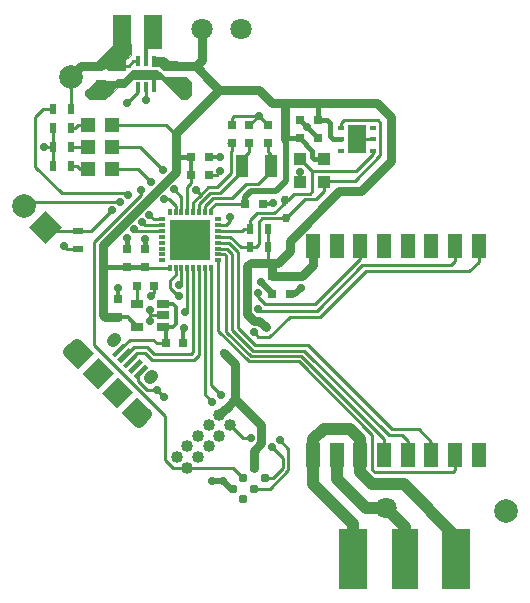
<source format=gtl>
G04 #@! TF.FileFunction,Copper,L1,Top,Signal*
%FSLAX46Y46*%
G04 Gerber Fmt 4.6, Leading zero omitted, Abs format (unit mm)*
G04 Created by KiCad (PCBNEW 0.201509071501+6164~29~ubuntu14.04.1-product) date Thu 07 Jan 2016 13:16:16 GMT*
%MOMM*%
G01*
G04 APERTURE LIST*
%ADD10C,0.100000*%
%ADD11R,1.060000X0.650000*%
%ADD12R,1.200000X2.000000*%
%ADD13R,1.000000X1.000000*%
%ADD14C,2.000000*%
%ADD15R,0.600000X0.400000*%
%ADD16R,1.500000X2.400000*%
%ADD17C,1.016000*%
%ADD18R,2.286000X5.080000*%
%ADD19R,2.413000X5.080000*%
%ADD20R,0.750000X0.800000*%
%ADD21R,0.900000X0.500000*%
%ADD22R,1.500000X3.000000*%
%ADD23R,0.400000X0.900000*%
%ADD24R,1.198880X1.198880*%
%ADD25R,1.100000X1.900000*%
%ADD26C,1.800000*%
%ADD27C,0.750000*%
%ADD28R,0.800000X0.750000*%
%ADD29R,0.500000X0.900000*%
%ADD30C,0.787000*%
%ADD31C,1.000000*%
%ADD32R,1.200000X1.200000*%
%ADD33R,0.550000X0.300000*%
%ADD34R,0.300000X0.550000*%
%ADD35R,3.450000X3.450000*%
%ADD36C,0.400000*%
%ADD37C,0.700000*%
%ADD38C,0.750000*%
%ADD39C,0.400000*%
%ADD40C,0.250000*%
%ADD41C,0.500000*%
%ADD42C,0.300000*%
G04 APERTURE END LIST*
D10*
D11*
X116350000Y-115850000D03*
X116350000Y-114900000D03*
X116350000Y-113950000D03*
X114150000Y-113950000D03*
X114150000Y-115850000D03*
D12*
X129050000Y-126750000D03*
X143050000Y-109050000D03*
X141050000Y-109050000D03*
X139050000Y-109050000D03*
X137050000Y-109050000D03*
X135050000Y-109050000D03*
X133050000Y-109050000D03*
X131050000Y-109050000D03*
X129050000Y-109050000D03*
X131050000Y-126750000D03*
X133050000Y-126750000D03*
X135050000Y-126750000D03*
X137050000Y-126750000D03*
X139050000Y-126750000D03*
X141050000Y-126750000D03*
X143050000Y-126750000D03*
D13*
X129950000Y-101650000D03*
X127950000Y-101650000D03*
X129950000Y-103650000D03*
X127950000Y-103650000D03*
D10*
G36*
X106400000Y-106035786D02*
X107814214Y-107450000D01*
X106400000Y-108864214D01*
X104985786Y-107450000D01*
X106400000Y-106035786D01*
X106400000Y-106035786D01*
G37*
D14*
X104603949Y-105653949D03*
D15*
X134100000Y-101000000D03*
X134100000Y-100000000D03*
X134100000Y-99000000D03*
X131400000Y-101000000D03*
X131400000Y-100000000D03*
X131400000Y-99000000D03*
D16*
X132750000Y-100000000D03*
D17*
X121098025Y-123305923D03*
X121996051Y-124203949D03*
X120200000Y-124203949D03*
X121098025Y-125101975D03*
X119301974Y-125101975D03*
X120200000Y-126000000D03*
X118403949Y-126000000D03*
X119301974Y-126898026D03*
X117505923Y-126898026D03*
X118403949Y-127796051D03*
D18*
X136800000Y-135500000D03*
D19*
X141181500Y-135500000D03*
X132418500Y-135500000D03*
D20*
X112800000Y-93750000D03*
X112800000Y-95250000D03*
D21*
X111100000Y-93750000D03*
X111100000Y-95250000D03*
D10*
G36*
X131811091Y-132075305D02*
X131174695Y-131438909D01*
X131528249Y-131085355D01*
X132164645Y-131721751D01*
X131811091Y-132075305D01*
X131811091Y-132075305D01*
G37*
G36*
X132871751Y-131014645D02*
X132235355Y-130378249D01*
X132588909Y-130024695D01*
X133225305Y-130661091D01*
X132871751Y-131014645D01*
X132871751Y-131014645D01*
G37*
D22*
X112900000Y-90900000D03*
X115500000Y-90900000D03*
D23*
X114250000Y-93400000D03*
X114900000Y-93400000D03*
X115550000Y-93400000D03*
X114250000Y-95600000D03*
X114900000Y-95600000D03*
X115550000Y-95600000D03*
D20*
X117250000Y-93750000D03*
X117250000Y-95250000D03*
X112550000Y-115050000D03*
X112550000Y-113550000D03*
X125600000Y-111600000D03*
X125600000Y-113100000D03*
X113300000Y-110800000D03*
X113300000Y-109300000D03*
D24*
X112049020Y-98750000D03*
X109950980Y-98750000D03*
X112049020Y-100650000D03*
X109950980Y-100650000D03*
X112049020Y-102550000D03*
X109950980Y-102550000D03*
D25*
X123000000Y-102250000D03*
X125500000Y-102250000D03*
D26*
X135250000Y-131250000D03*
X119600000Y-90650000D03*
X122950000Y-90650000D03*
D27*
X126750000Y-106650000D03*
X126650000Y-105100000D03*
D28*
X116550000Y-117250000D03*
X118050000Y-117250000D03*
D20*
X127100000Y-111600000D03*
X127100000Y-113100000D03*
X123650000Y-100300000D03*
X123650000Y-98800000D03*
X125200000Y-100300000D03*
X125200000Y-98800000D03*
X122150000Y-100300000D03*
X122150000Y-98800000D03*
D28*
X123300000Y-105450000D03*
X124800000Y-105450000D03*
X118700000Y-101500000D03*
X120200000Y-101500000D03*
X118700000Y-103000000D03*
X120200000Y-103000000D03*
D20*
X129450000Y-99900000D03*
X129450000Y-98400000D03*
X114800000Y-110800000D03*
X114800000Y-109300000D03*
X127900000Y-99900000D03*
X127900000Y-98400000D03*
D29*
X108550000Y-97450000D03*
X107050000Y-97450000D03*
X108550000Y-99050000D03*
X107050000Y-99050000D03*
X125200000Y-109150000D03*
X123700000Y-109150000D03*
X125200000Y-107550000D03*
X123700000Y-107550000D03*
X108550000Y-100650000D03*
X107050000Y-100650000D03*
X108550000Y-102250000D03*
X107050000Y-102250000D03*
D21*
X109150000Y-107800000D03*
X109150000Y-109300000D03*
D28*
X114100000Y-112400000D03*
X115600000Y-112400000D03*
D30*
X124045477Y-127799426D03*
X124943503Y-128697452D03*
X123147452Y-128697452D03*
X124045477Y-129595477D03*
X122249426Y-129595477D03*
X123147452Y-130493503D03*
D14*
X108565224Y-94715224D03*
X145334776Y-131484776D03*
D10*
G36*
X112922793Y-119094365D02*
X113877387Y-118139771D01*
X114160229Y-118422613D01*
X113205635Y-119377207D01*
X112922793Y-119094365D01*
X112922793Y-119094365D01*
G37*
G36*
X113382412Y-119553985D02*
X114337006Y-118599391D01*
X114619848Y-118882233D01*
X113665254Y-119836827D01*
X113382412Y-119553985D01*
X113382412Y-119553985D01*
G37*
G36*
X112463173Y-118634746D02*
X113417767Y-117680152D01*
X113700609Y-117962994D01*
X112746015Y-118917588D01*
X112463173Y-118634746D01*
X112463173Y-118634746D01*
G37*
G36*
X112003554Y-118175127D02*
X112958148Y-117220533D01*
X113240990Y-117503375D01*
X112286396Y-118457969D01*
X112003554Y-118175127D01*
X112003554Y-118175127D01*
G37*
G36*
X113842031Y-120013604D02*
X114796625Y-119059010D01*
X115079467Y-119341852D01*
X114124873Y-120296446D01*
X113842031Y-120013604D01*
X113842031Y-120013604D01*
G37*
D31*
X115433021Y-120013604D02*
X115256245Y-120190380D01*
X112286396Y-116866979D02*
X112109620Y-117043755D01*
D10*
G36*
X111155025Y-121498528D02*
X112498528Y-120155025D01*
X113771321Y-121427818D01*
X112427818Y-122771321D01*
X111155025Y-121498528D01*
X111155025Y-121498528D01*
G37*
G36*
X109528679Y-119872182D02*
X110872182Y-118528679D01*
X112144975Y-119801472D01*
X110801472Y-121144975D01*
X109528679Y-119872182D01*
X109528679Y-119872182D01*
G37*
G36*
X112816726Y-123160229D02*
X114160229Y-121816726D01*
X115273922Y-122930419D01*
X113930419Y-124273922D01*
X112816726Y-123160229D01*
X112816726Y-123160229D01*
G37*
D31*
X114920369Y-123283973D02*
X114283973Y-123920369D01*
D10*
G36*
X108026078Y-118369581D02*
X109369581Y-117026078D01*
X110483274Y-118139771D01*
X109139771Y-119483274D01*
X108026078Y-118369581D01*
X108026078Y-118369581D01*
G37*
D31*
X109016027Y-117379631D02*
X108379631Y-118016027D01*
D32*
X119550000Y-109400000D03*
X117750000Y-109400000D03*
X117750000Y-107600000D03*
D33*
X121025000Y-110250000D03*
D34*
X116900000Y-110875000D03*
X120400000Y-106125000D03*
D33*
X116275000Y-106750000D03*
D35*
X118650000Y-108500000D03*
D32*
X119550000Y-107600000D03*
D36*
X119950000Y-108500000D03*
X118650000Y-109800000D03*
X118650000Y-107200000D03*
X117350000Y-108500000D03*
X118650000Y-108500000D03*
D34*
X117400000Y-110875000D03*
X117900000Y-110875000D03*
X118400000Y-110875000D03*
X118900000Y-110875000D03*
X119400000Y-110875000D03*
X119900000Y-110875000D03*
X120400000Y-110875000D03*
D33*
X116275000Y-107250000D03*
X116275000Y-107750000D03*
X116275000Y-108250000D03*
X116275000Y-108750000D03*
X116275000Y-109250000D03*
X116275000Y-109750000D03*
X116275000Y-110250000D03*
D34*
X119900000Y-106125000D03*
X119400000Y-106125000D03*
X118900000Y-106125000D03*
X118400000Y-106125000D03*
X117900000Y-106125000D03*
X117400000Y-106125000D03*
X116900000Y-106125000D03*
D33*
X121025000Y-109750000D03*
X121025000Y-109250000D03*
X121025000Y-108750000D03*
X121025000Y-108250000D03*
X121025000Y-107750000D03*
X121025000Y-107250000D03*
X121025000Y-106750000D03*
D37*
X125050000Y-115900000D03*
X124450000Y-115350000D03*
X121500000Y-118100000D03*
X122100000Y-118700000D03*
X116350000Y-93700000D03*
X114900000Y-96650000D03*
X111950000Y-93200000D03*
X113250000Y-96950000D03*
X132750000Y-100000000D03*
X131118150Y-124500000D03*
X107950000Y-109000000D03*
X124450000Y-98000000D03*
X106250000Y-100650000D03*
X128000000Y-112600000D03*
X124600000Y-112050000D03*
X115300000Y-113250000D03*
X114800000Y-108450000D03*
X113250000Y-108350000D03*
X122050000Y-106600000D03*
X116400000Y-121850000D03*
X115800000Y-121250000D03*
X125650000Y-105350000D03*
X121200000Y-102700000D03*
X127950000Y-102750000D03*
X128500000Y-98950000D03*
X120500000Y-128900000D03*
X121400000Y-128900000D03*
X112550000Y-112550000D03*
X115250000Y-115400000D03*
X115250000Y-114450000D03*
X118150000Y-116000000D03*
X121150000Y-101500000D03*
X118150000Y-96200000D03*
X118250000Y-95250000D03*
X110100000Y-96100000D03*
X111100000Y-96250000D03*
X114900000Y-94550000D03*
X115750000Y-94550000D03*
X114450000Y-104300000D03*
X119150000Y-104300000D03*
X120500000Y-122200000D03*
X123750000Y-125278800D03*
X125579081Y-126079081D03*
X121250000Y-121650000D03*
X126215479Y-125442683D03*
X112050000Y-106000000D03*
X113881135Y-107627025D03*
X116308414Y-102583424D03*
X117279080Y-104229080D03*
X115282317Y-103609522D03*
X116429081Y-105079081D03*
X112700000Y-105300000D03*
X114517532Y-106990627D03*
X113375209Y-104675209D03*
X115170801Y-106371561D03*
X124000000Y-116300000D03*
X118200000Y-114650000D03*
X124400000Y-114350000D03*
X117650000Y-113250000D03*
X124400000Y-113000000D03*
X117700000Y-112300000D03*
D38*
X129413603Y-96900000D02*
X134450000Y-96900000D01*
X134450000Y-96900000D02*
X135650000Y-98100000D01*
X135650000Y-98100000D02*
X135650000Y-101850000D01*
X135650000Y-101850000D02*
X133100000Y-104400000D01*
X133100000Y-104400000D02*
X131250000Y-104400000D01*
X131250000Y-104400000D02*
X127050000Y-108600000D01*
X127050000Y-108600000D02*
X127050000Y-109450000D01*
X127050000Y-109450000D02*
X126050000Y-110450000D01*
X126050000Y-110450000D02*
X125633823Y-110450000D01*
D39*
X130450000Y-99750000D02*
X130700000Y-100000000D01*
X130700000Y-100000000D02*
X131400000Y-100000000D01*
X130450000Y-98650000D02*
X130450000Y-99750000D01*
X130200000Y-98400000D02*
X130450000Y-98650000D01*
X129450000Y-98400000D02*
X130200000Y-98400000D01*
X127900000Y-99900000D02*
X128950000Y-100950000D01*
X128950000Y-100950000D02*
X128950000Y-101500000D01*
X128950000Y-101500000D02*
X129100000Y-101650000D01*
X129100000Y-101650000D02*
X129950000Y-101650000D01*
D38*
X125600000Y-96900000D02*
X124500000Y-95800000D01*
X124500000Y-95800000D02*
X121100000Y-95800000D01*
X126650000Y-96900000D02*
X125600000Y-96900000D01*
X117450000Y-99650000D02*
X117450000Y-99450000D01*
X117450000Y-99450000D02*
X121100000Y-95800000D01*
D40*
X112049020Y-98750000D02*
X116550000Y-98750000D01*
X116550000Y-98750000D02*
X117450000Y-99650000D01*
D38*
X126625001Y-99950000D02*
X126625001Y-96924999D01*
X126625001Y-96924999D02*
X126650000Y-96900000D01*
X129413603Y-96900000D02*
X126650000Y-96900000D01*
D39*
X118700000Y-101500000D02*
X117473140Y-101500000D01*
X117473140Y-101500000D02*
X117450000Y-101476860D01*
D38*
X117450000Y-102750000D02*
X117450000Y-101476860D01*
X117450000Y-101476860D02*
X117450000Y-99650000D01*
X113250000Y-106950000D02*
X117450000Y-102750000D01*
D39*
X129450000Y-98400000D02*
X129450000Y-96936397D01*
X129450000Y-96936397D02*
X129413603Y-96900000D01*
D38*
X124450000Y-115350000D02*
X124500000Y-115350000D01*
X124500000Y-115350000D02*
X125050000Y-115900000D01*
X124000000Y-115350000D02*
X124450000Y-115350000D01*
X123450000Y-114800000D02*
X124000000Y-115350000D01*
X123450000Y-114650000D02*
X123450000Y-114800000D01*
X123450000Y-110750000D02*
X123450000Y-114650000D01*
X125162055Y-110450000D02*
X123750000Y-110450000D01*
X123750000Y-110450000D02*
X123450000Y-110750000D01*
D39*
X113300000Y-110800000D02*
X114800000Y-110800000D01*
D38*
X111249992Y-108950008D02*
X111249992Y-110664056D01*
X111249992Y-110664056D02*
X111249992Y-111600000D01*
D39*
X113300000Y-110800000D02*
X111385936Y-110800000D01*
X111385936Y-110800000D02*
X111249992Y-110664056D01*
D40*
X116900000Y-110875000D02*
X114875000Y-110875000D01*
X114875000Y-110875000D02*
X114800000Y-110800000D01*
X125200000Y-109150000D02*
X125200000Y-110412055D01*
D38*
X125633823Y-110450000D02*
X125162055Y-110450000D01*
X125600000Y-111600000D02*
X125600000Y-110483823D01*
X125600000Y-110483823D02*
X125633823Y-110450000D01*
D39*
X125200000Y-110412055D02*
X125162055Y-110450000D01*
D38*
X122100000Y-118700000D02*
X122450000Y-119050000D01*
X122450000Y-119050000D02*
X122450000Y-122000000D01*
X121500000Y-118100000D02*
X122100000Y-118700000D01*
D40*
X120400000Y-105850000D02*
X120800000Y-105450000D01*
X120800000Y-105450000D02*
X123300000Y-105450000D01*
X120400000Y-106150000D02*
X120400000Y-105850000D01*
X118400000Y-104000000D02*
X118700000Y-103700000D01*
X118700000Y-103700000D02*
X118700000Y-103000000D01*
X118400000Y-106150000D02*
X118400000Y-104000000D01*
D41*
X126750000Y-103550000D02*
X126750000Y-100074999D01*
X126750000Y-100074999D02*
X126625001Y-99950000D01*
X125900000Y-104400000D02*
X126750000Y-103550000D01*
X123800000Y-104400000D02*
X125900000Y-104400000D01*
X123300000Y-104900000D02*
X123800000Y-104400000D01*
X123300000Y-105450000D02*
X123300000Y-104900000D01*
D38*
X128100000Y-111600000D02*
X129050000Y-110650000D01*
X129050000Y-110650000D02*
X129050000Y-109050000D01*
X127100000Y-111600000D02*
X128100000Y-111600000D01*
X125600000Y-111600000D02*
X127100000Y-111600000D01*
D40*
X125200000Y-107550000D02*
X125200000Y-109150000D01*
D38*
X124675001Y-124225001D02*
X122450000Y-122000000D01*
X121098025Y-123305923D02*
X121606024Y-122797924D01*
X121606024Y-122797924D02*
X121652076Y-122797924D01*
X121652076Y-122797924D02*
X122450000Y-122000000D01*
X124045477Y-127799426D02*
X124045477Y-126352325D01*
X124045477Y-126352325D02*
X124675001Y-125722801D01*
X124675001Y-125722801D02*
X124675001Y-124225001D01*
D39*
X129650000Y-101650000D02*
X129950000Y-101650000D01*
X129450000Y-98400000D02*
X129450000Y-98450000D01*
X126675001Y-99900000D02*
X126625001Y-99950000D01*
X127900000Y-99900000D02*
X126675001Y-99900000D01*
D38*
X113250000Y-106950000D02*
X111249992Y-108950008D01*
X111249992Y-111600000D02*
X111250000Y-111600000D01*
X113250000Y-106950000D02*
X113200000Y-107000000D01*
X111250000Y-111600000D02*
X111250000Y-111600000D01*
X111250000Y-111600000D02*
X111250000Y-114875000D01*
X112550000Y-115050000D02*
X111425000Y-115050000D01*
X111425000Y-115050000D02*
X111250000Y-114875000D01*
X119100000Y-93750000D02*
X119600000Y-93250000D01*
X119600000Y-93250000D02*
X119600000Y-90650000D01*
D42*
X118700000Y-103000000D02*
X118700000Y-101500000D01*
X112550000Y-115050000D02*
X113350000Y-115050000D01*
X113350000Y-115050000D02*
X114150000Y-115850000D01*
D38*
X117250000Y-93750000D02*
X119050000Y-93750000D01*
X119050000Y-93750000D02*
X119100000Y-93800000D01*
X121100000Y-95800000D02*
X120500000Y-95200000D01*
X119100000Y-93800000D02*
X120500000Y-95200000D01*
D40*
X119100000Y-93800000D02*
X119100000Y-93750000D01*
D38*
X119100000Y-93750000D02*
X119100000Y-93750000D01*
X119100000Y-93750000D02*
X119150000Y-93750000D01*
D40*
X114900000Y-95600000D02*
X114900000Y-96650000D01*
X116350000Y-93700000D02*
X116400000Y-93700000D01*
X108565224Y-94715224D02*
X108565224Y-97434776D01*
X108565224Y-97434776D02*
X108550000Y-97450000D01*
X108565224Y-95084776D02*
X108565224Y-94715224D01*
X112800000Y-93750000D02*
X112800000Y-91000000D01*
X112800000Y-91000000D02*
X112900000Y-90900000D01*
X113800000Y-93400000D02*
X113450000Y-93750000D01*
X113450000Y-93750000D02*
X112800000Y-93750000D01*
X114250000Y-93400000D02*
X113800000Y-93400000D01*
D38*
X111100000Y-93750000D02*
X109400000Y-93750000D01*
X109400000Y-93750000D02*
X108550000Y-94600000D01*
X108550000Y-94600000D02*
X108515224Y-94615224D01*
D40*
X114250000Y-95600000D02*
X114250000Y-95950000D01*
X114250000Y-95950000D02*
X113250000Y-96950000D01*
X112800000Y-93750000D02*
X112500000Y-93750000D01*
X114250000Y-95550000D02*
X114250000Y-95600000D01*
X112800000Y-93800000D02*
X112800000Y-93750000D01*
X134100000Y-100000000D02*
X132750000Y-100000000D01*
D31*
X131118150Y-124500000D02*
X129950000Y-124500000D01*
X132150000Y-124500000D02*
X131118150Y-124500000D01*
X129950000Y-124500000D02*
X129050000Y-125400000D01*
X129050000Y-125400000D02*
X129050000Y-126750000D01*
X133050000Y-125400000D02*
X132150000Y-124500000D01*
X133050000Y-126750000D02*
X133050000Y-125400000D01*
D40*
X131669670Y-131580330D02*
X131669670Y-131819670D01*
X131669670Y-131819670D02*
X132418500Y-132568500D01*
D31*
X136700000Y-129200000D02*
X141181500Y-133681500D01*
X141181500Y-133681500D02*
X141181500Y-135500000D01*
X134050000Y-129200000D02*
X136700000Y-129200000D01*
X133050000Y-128200000D02*
X134050000Y-129200000D01*
X133050000Y-126750000D02*
X133050000Y-128200000D01*
X141181500Y-134031500D02*
X141181500Y-135500000D01*
X129050000Y-129200000D02*
X132418500Y-132568500D01*
X132418500Y-132568500D02*
X132418500Y-135500000D01*
X129050000Y-126750000D02*
X129050000Y-129200000D01*
D40*
X109150000Y-109300000D02*
X108250000Y-109300000D01*
X108250000Y-109300000D02*
X107950000Y-109000000D01*
X122150000Y-98200000D02*
X122350000Y-98000000D01*
X122350000Y-98000000D02*
X124450000Y-98000000D01*
X122150000Y-98800000D02*
X122150000Y-98200000D01*
X125200000Y-98800000D02*
X125200000Y-98750000D01*
X125200000Y-98750000D02*
X124450000Y-98000000D01*
X123650000Y-98800000D02*
X124450000Y-98000000D01*
X107050000Y-100650000D02*
X106250000Y-100650000D01*
X107050000Y-100650000D02*
X107050000Y-102250000D01*
X107050000Y-99050000D02*
X107050000Y-100650000D01*
D41*
X127100000Y-113100000D02*
X127500000Y-113100000D01*
X127500000Y-113100000D02*
X128000000Y-112600000D01*
X125600000Y-113100000D02*
X125600000Y-113050000D01*
X125600000Y-113050000D02*
X124600000Y-112050000D01*
D40*
X125600000Y-113100000D02*
X125600000Y-113000000D01*
X115600000Y-112400000D02*
X115600000Y-112950000D01*
X115600000Y-112950000D02*
X115300000Y-113250000D01*
D39*
X114800000Y-109300000D02*
X114800000Y-108450000D01*
X113300000Y-109300000D02*
X113300000Y-108400000D01*
X113300000Y-108400000D02*
X113250000Y-108350000D01*
D40*
X115250000Y-114450000D02*
X115250000Y-114948272D01*
X115250000Y-114948272D02*
X115250000Y-115400000D01*
X116350000Y-114900000D02*
X115298272Y-114900000D01*
X115298272Y-114900000D02*
X115250000Y-114948272D01*
X121700000Y-107250000D02*
X122050000Y-106900000D01*
X122050000Y-106900000D02*
X122050000Y-106600000D01*
X121000000Y-107250000D02*
X121700000Y-107250000D01*
X115800000Y-121250000D02*
X116400000Y-121850000D01*
X114250000Y-120500000D02*
X115000000Y-121250000D01*
X115000000Y-121250000D02*
X115800000Y-121250000D01*
X114250000Y-119888477D02*
X114250000Y-120500000D01*
X114460749Y-119677728D02*
X114250000Y-119888477D01*
D42*
X124800000Y-105450000D02*
X125550000Y-105450000D01*
X125550000Y-105450000D02*
X125650000Y-105350000D01*
D40*
X120200000Y-103000000D02*
X120900000Y-103000000D01*
X120900000Y-103000000D02*
X121200000Y-102700000D01*
X127950000Y-103650000D02*
X127950000Y-102750000D01*
D39*
X128500000Y-98950000D02*
X129450000Y-99900000D01*
X127950000Y-98400000D02*
X128500000Y-98950000D01*
X127900000Y-98400000D02*
X127950000Y-98400000D01*
D41*
X121400000Y-128900000D02*
X120500000Y-128900000D01*
X122249426Y-129595477D02*
X122095477Y-129595477D01*
X122095477Y-129595477D02*
X121400000Y-128900000D01*
D42*
X115550000Y-95600000D02*
X115550000Y-94750000D01*
X115550000Y-94750000D02*
X115750000Y-94550000D01*
D40*
X123650000Y-98750000D02*
X123750000Y-98750000D01*
X123650000Y-98800000D02*
X123650000Y-98750000D01*
X123550000Y-98700000D02*
X123650000Y-98800000D01*
X123900000Y-98550000D02*
X123650000Y-98800000D01*
D42*
X112550000Y-113550000D02*
X112550000Y-112550000D01*
X118050000Y-117250000D02*
X118050000Y-116100000D01*
X118050000Y-116100000D02*
X118150000Y-116000000D01*
D38*
X145284776Y-131384776D02*
X145525884Y-131384776D01*
D42*
X121150000Y-101500000D02*
X120250000Y-101500000D01*
D40*
X117250000Y-95250000D02*
X117250000Y-95300000D01*
X117250000Y-95300000D02*
X118150000Y-96200000D01*
X117250000Y-95250000D02*
X118250000Y-95250000D01*
X111100000Y-95250000D02*
X110950000Y-95250000D01*
X110950000Y-95250000D02*
X110100000Y-96100000D01*
X111100000Y-95250000D02*
X111100000Y-96250000D01*
X114950000Y-94550000D02*
X114900000Y-94550000D01*
X112800000Y-95250000D02*
X112950000Y-95250000D01*
X112950000Y-95250000D02*
X113650000Y-94550000D01*
X113650000Y-94550000D02*
X114950000Y-94550000D01*
X114950000Y-94550000D02*
X115750000Y-94550000D01*
X116500000Y-123450000D02*
X116500000Y-127124945D01*
X116500000Y-127124945D02*
X117171106Y-127796051D01*
X110500000Y-117450000D02*
X116500000Y-123450000D01*
X110500000Y-108700000D02*
X110500000Y-117450000D01*
X114450000Y-104750000D02*
X110500000Y-108700000D01*
X118403949Y-127796051D02*
X122246051Y-127796051D01*
X122246051Y-127796051D02*
X123147452Y-128697452D01*
X114450000Y-104300000D02*
X114450000Y-104750000D01*
X117171106Y-127796051D02*
X118403949Y-127796051D01*
X119542178Y-104700000D02*
X120167208Y-104074970D01*
X119400000Y-104842178D02*
X119542178Y-104700000D01*
X119542178Y-104700000D02*
X119542178Y-104692178D01*
X119542178Y-104692178D02*
X119150000Y-104300000D01*
X118900000Y-105342178D02*
X119400000Y-104842178D01*
X121875010Y-100300000D02*
X122150000Y-100300000D01*
X120167208Y-104074970D02*
X120925030Y-104074970D01*
X120925030Y-104074970D02*
X122124999Y-102875001D01*
X122124999Y-102875001D02*
X122124999Y-100975001D01*
X122124999Y-100975001D02*
X122150000Y-100950000D01*
X122150000Y-100950000D02*
X122150000Y-100300000D01*
X118900000Y-106150000D02*
X118900000Y-105342178D01*
X119900000Y-118550000D02*
X119900000Y-121600000D01*
X119900000Y-121600000D02*
X120500000Y-122200000D01*
X119900000Y-110875000D02*
X119900000Y-118550000D01*
X123750000Y-125278800D02*
X123070902Y-125278800D01*
X123070902Y-125278800D02*
X121996051Y-124203949D01*
X126500000Y-127813590D02*
X126500000Y-127000000D01*
X126500000Y-127000000D02*
X125579081Y-126079081D01*
X125613590Y-128700000D02*
X126500000Y-127813590D01*
X124943503Y-128697452D02*
X125499996Y-128697452D01*
X125499996Y-128697452D02*
X125502544Y-128700000D01*
X125502544Y-128700000D02*
X125613590Y-128700000D01*
X120400000Y-118850000D02*
X120400000Y-120800000D01*
X120400000Y-120800000D02*
X121250000Y-121650000D01*
X120400000Y-110875000D02*
X120400000Y-118850000D01*
X125354523Y-129595477D02*
X126950010Y-127999990D01*
X126950010Y-127999990D02*
X126950010Y-126177214D01*
X126950010Y-126177214D02*
X126215479Y-125442683D01*
X124045477Y-129595477D02*
X125354523Y-129595477D01*
X129950000Y-103650000D02*
X130050000Y-103550000D01*
X130050000Y-103550000D02*
X132550000Y-103550000D01*
X131400000Y-98650000D02*
X131400000Y-99000000D01*
X132550000Y-103550000D02*
X134750000Y-101350000D01*
X134750000Y-101350000D02*
X134750000Y-98600000D01*
X134750000Y-98600000D02*
X134550000Y-98400000D01*
X134550000Y-98400000D02*
X131650000Y-98400000D01*
X131650000Y-98400000D02*
X131400000Y-98650000D01*
X126750000Y-106650000D02*
X126760037Y-106650000D01*
X126760037Y-106650000D02*
X128360027Y-105050010D01*
X124750000Y-106700000D02*
X126700000Y-106700000D01*
X126700000Y-106700000D02*
X126750000Y-106650000D01*
X123700000Y-109150000D02*
X124200000Y-109150000D01*
X124200000Y-109150000D02*
X124450000Y-108900000D01*
X124450000Y-108900000D02*
X124450000Y-107000000D01*
X124450000Y-107000000D02*
X124750000Y-106700000D01*
X128360027Y-105050010D02*
X129299991Y-105050009D01*
X129299991Y-105050009D02*
X129950000Y-104400000D01*
X129950000Y-104400000D02*
X129950000Y-103650000D01*
X121000000Y-108250000D02*
X122036410Y-108250000D01*
X122036410Y-108250000D02*
X122936410Y-109150000D01*
X122936410Y-109150000D02*
X123700000Y-109150000D01*
X134100000Y-101200000D02*
X132650000Y-102650000D01*
X132650000Y-102650000D02*
X131600000Y-102650000D01*
X134100000Y-101000000D02*
X134100000Y-101200000D01*
X126650000Y-105100000D02*
X126899002Y-105100000D01*
X126899002Y-105100000D02*
X127399002Y-104600000D01*
X125749012Y-106249990D02*
X126650000Y-105349002D01*
X126650000Y-105349002D02*
X126650000Y-105100000D01*
X128950000Y-102650000D02*
X128950000Y-104400000D01*
X128950000Y-104400000D02*
X128750000Y-104600000D01*
X128750000Y-104600000D02*
X127399002Y-104600000D01*
X123700000Y-106850000D02*
X123700000Y-107550000D01*
X125749012Y-106249990D02*
X124300009Y-106249991D01*
X124300009Y-106249991D02*
X123700000Y-106850000D01*
X123700000Y-107550000D02*
X123700000Y-107350000D01*
X121000000Y-107750000D02*
X121400000Y-107750000D01*
X121400000Y-107750000D02*
X121424990Y-107725010D01*
X121424990Y-107725010D02*
X123024990Y-107725010D01*
X123024990Y-107725010D02*
X123200000Y-107550000D01*
X123200000Y-107550000D02*
X123700000Y-107550000D01*
X128950000Y-102650000D02*
X131600000Y-102650000D01*
X128950000Y-102650000D02*
X127950000Y-101650000D01*
X115500000Y-116950000D02*
X113511523Y-116950000D01*
X113511523Y-116950000D02*
X112622272Y-117839251D01*
X115800000Y-117250000D02*
X115500000Y-116950000D01*
X116550000Y-117250000D02*
X115800000Y-117250000D01*
D42*
X117400000Y-114170000D02*
X117400000Y-115630000D01*
X117400000Y-115630000D02*
X117180000Y-115850000D01*
X117180000Y-115850000D02*
X116350000Y-115850000D01*
X116350000Y-113950000D02*
X117180000Y-113950000D01*
X117180000Y-113950000D02*
X117400000Y-114170000D01*
X116550000Y-117250000D02*
X116550000Y-116050000D01*
X116550000Y-116050000D02*
X116350000Y-115850000D01*
X114900000Y-93400000D02*
X114900000Y-91500000D01*
X114900000Y-91500000D02*
X115500000Y-90900000D01*
D40*
X119400000Y-106150000D02*
X119400000Y-105478588D01*
X121125020Y-104524980D02*
X123000000Y-102650000D01*
X119400000Y-105478588D02*
X120353608Y-104524980D01*
X120353608Y-104524980D02*
X121125020Y-104524980D01*
X123000000Y-102650000D02*
X123000000Y-102250000D01*
X123000000Y-101700000D02*
X123650000Y-101050000D01*
X123650000Y-101050000D02*
X123650000Y-100300000D01*
X123000000Y-102250000D02*
X123000000Y-101700000D01*
X119900000Y-106150000D02*
X119900000Y-105614998D01*
X122215008Y-104974990D02*
X123390009Y-103799989D01*
X119900000Y-105614998D02*
X120540008Y-104974990D01*
X120540008Y-104974990D02*
X122215008Y-104974990D01*
X123390009Y-103799989D02*
X124350011Y-103799989D01*
X124350011Y-103799989D02*
X125500000Y-102650000D01*
X125500000Y-102650000D02*
X125500000Y-102250000D01*
X125500000Y-101350000D02*
X125200000Y-101050000D01*
X125200000Y-101050000D02*
X125200000Y-100300000D01*
X125500000Y-102250000D02*
X125500000Y-101350000D01*
X109150000Y-98750000D02*
X108850000Y-99050000D01*
X108850000Y-99050000D02*
X108550000Y-99050000D01*
X109950980Y-98750000D02*
X109150000Y-98750000D01*
X132730330Y-130519670D02*
X132819670Y-130519670D01*
X132819670Y-130519670D02*
X133550000Y-131250000D01*
D31*
X131050000Y-128750000D02*
X133550000Y-131250000D01*
X133550000Y-131250000D02*
X135250000Y-131250000D01*
X131050000Y-126750000D02*
X131050000Y-128750000D01*
X136800000Y-135500000D02*
X136800000Y-132800000D01*
X136800000Y-132800000D02*
X135250000Y-131250000D01*
D40*
X108550000Y-100650000D02*
X109950980Y-100650000D01*
X109350000Y-102550000D02*
X109050000Y-102250000D01*
X109050000Y-102250000D02*
X108550000Y-102250000D01*
X109950980Y-102550000D02*
X109350000Y-102550000D01*
X109150000Y-107800000D02*
X110250000Y-107800000D01*
X110250000Y-107800000D02*
X112050000Y-106000000D01*
X109150000Y-107800000D02*
X106750000Y-107800000D01*
X106750000Y-107800000D02*
X106400000Y-107450000D01*
X116300000Y-107750000D02*
X114004110Y-107750000D01*
X114004110Y-107750000D02*
X113881135Y-107627025D01*
X116275001Y-107774999D02*
X116300000Y-107750000D01*
X128050030Y-118350030D02*
X135050000Y-125350000D01*
X135050000Y-125350000D02*
X135050000Y-126750000D01*
X123775015Y-118350030D02*
X128050030Y-118350030D01*
X121700000Y-109850000D02*
X121600000Y-109750000D01*
X121600000Y-109750000D02*
X121025000Y-109750000D01*
X121700000Y-116275015D02*
X121700000Y-109850000D01*
X123775015Y-118350030D02*
X121700000Y-116275015D01*
X136600000Y-125050000D02*
X137050000Y-125500000D01*
X137050000Y-125500000D02*
X137050000Y-126750000D01*
X135450000Y-125050000D02*
X136600000Y-125050000D01*
X128300020Y-117900020D02*
X135450000Y-125050000D01*
X123961415Y-117900020D02*
X128300020Y-117900020D01*
X122200000Y-109700000D02*
X121750000Y-109250000D01*
X121750000Y-109250000D02*
X121025000Y-109250000D01*
X122200000Y-116138605D02*
X122200000Y-109700000D01*
X123961415Y-117900020D02*
X122200000Y-116138605D01*
X138000000Y-124550000D02*
X139050000Y-125600000D01*
X139050000Y-125600000D02*
X139050000Y-126750000D01*
X135700000Y-124550000D02*
X138000000Y-124550000D01*
X128600010Y-117450010D02*
X135700000Y-124550000D01*
X124147815Y-117450010D02*
X128600010Y-117450010D01*
X122700000Y-109550000D02*
X121900000Y-108750000D01*
X121900000Y-108750000D02*
X121025000Y-108750000D01*
X122700000Y-116002195D02*
X122700000Y-109550000D01*
X124147815Y-117450010D02*
X122700000Y-116002195D01*
X134050000Y-125000000D02*
X127850040Y-118800040D01*
X127850040Y-118800040D02*
X123588615Y-118800040D01*
X134050000Y-128000000D02*
X134050000Y-125000000D01*
X123588615Y-118800040D02*
X121025000Y-116236425D01*
X121025000Y-116236425D02*
X121025000Y-110250000D01*
X141050000Y-128000000D02*
X141050000Y-126750000D01*
X134050000Y-128000000D02*
X134250000Y-128200000D01*
X134250000Y-128200000D02*
X140850000Y-128200000D01*
X140850000Y-128200000D02*
X141050000Y-128000000D01*
X112049020Y-100650000D02*
X114374990Y-100650000D01*
X114374990Y-100650000D02*
X116308414Y-102583424D01*
X117900000Y-106150000D02*
X117900000Y-104850000D01*
X117900000Y-104850000D02*
X117279080Y-104229080D01*
X112049020Y-102550000D02*
X114222795Y-102550000D01*
X114222795Y-102550000D02*
X115282317Y-103609522D01*
X117400000Y-106150000D02*
X117400000Y-105614998D01*
X117400000Y-105614998D02*
X116864083Y-105079081D01*
X116864083Y-105079081D02*
X116429081Y-105079081D01*
X112700000Y-105300000D02*
X104957898Y-105300000D01*
X104957898Y-105300000D02*
X104603949Y-105653949D01*
X114776905Y-107250000D02*
X114517532Y-106990627D01*
X116300000Y-107250000D02*
X114776905Y-107250000D01*
X107750000Y-104550000D02*
X113250000Y-104550000D01*
X113250000Y-104550000D02*
X113375209Y-104675209D01*
X105500000Y-102300000D02*
X107750000Y-104550000D01*
X105500000Y-98100000D02*
X105500000Y-102300000D01*
X106150000Y-97450000D02*
X105500000Y-98100000D01*
X107050000Y-97450000D02*
X106150000Y-97450000D01*
X116300000Y-106750000D02*
X115549240Y-106750000D01*
X115549240Y-106750000D02*
X115170801Y-106371561D01*
X129650000Y-115000000D02*
X127050000Y-115000000D01*
X127050000Y-115000000D02*
X125350000Y-116700000D01*
X133500000Y-111150000D02*
X129650000Y-115000000D01*
X142250000Y-111150000D02*
X133500000Y-111150000D01*
X143050000Y-110350000D02*
X142250000Y-111150000D01*
X143050000Y-109050000D02*
X143050000Y-110350000D01*
X124400000Y-116700000D02*
X125350000Y-116700000D01*
X124000000Y-116300000D02*
X124400000Y-116700000D01*
X118400000Y-110850000D02*
X118400000Y-114450000D01*
X118400000Y-114450000D02*
X118200000Y-114650000D01*
X114150000Y-113950000D02*
X114150000Y-112450000D01*
X114150000Y-112450000D02*
X114100000Y-112400000D01*
X115003552Y-117600000D02*
X113886828Y-117600000D01*
X113886828Y-117600000D02*
X113187958Y-118298870D01*
X113187958Y-118298870D02*
X113081891Y-118298870D01*
X115603552Y-118200000D02*
X115003552Y-117600000D01*
X118746448Y-118200000D02*
X115603552Y-118200000D01*
X118900001Y-118046447D02*
X118746448Y-118200000D01*
X118900000Y-110875000D02*
X118900001Y-110875001D01*
X118900001Y-110875001D02*
X118900001Y-118046447D01*
X114796448Y-118100000D02*
X114093934Y-118100000D01*
X114093934Y-118100000D02*
X113541511Y-118652423D01*
X113541511Y-118652423D02*
X113541511Y-118758489D01*
X115396448Y-118700000D02*
X114796448Y-118100000D01*
X118953552Y-118700000D02*
X115396448Y-118700000D01*
X119399999Y-118253553D02*
X118953552Y-118700000D01*
X119400000Y-110875000D02*
X119399999Y-110875001D01*
X119399999Y-110875001D02*
X119399999Y-118253553D01*
X117400000Y-110875000D02*
X117400000Y-111500000D01*
X117400000Y-111500000D02*
X116950000Y-111950000D01*
X116950000Y-111950000D02*
X116950000Y-112600000D01*
X116950000Y-112600000D02*
X117600000Y-113250000D01*
X117600000Y-113250000D02*
X117650000Y-113250000D01*
X129350000Y-114500000D02*
X124550000Y-114500000D01*
X124550000Y-114500000D02*
X124400000Y-114350000D01*
X133200000Y-110650000D02*
X129350000Y-114500000D01*
X140700000Y-110650000D02*
X133200000Y-110650000D01*
X141050000Y-110300000D02*
X140700000Y-110650000D01*
X141050000Y-109050000D02*
X141050000Y-110300000D01*
X124500000Y-114450000D02*
X124400000Y-114350000D01*
X125000000Y-113950000D02*
X124400000Y-113350000D01*
X124400000Y-113350000D02*
X124400000Y-113000000D01*
X129200000Y-113950000D02*
X125000000Y-113950000D01*
X133050000Y-110100000D02*
X129200000Y-113950000D01*
X133050000Y-109050000D02*
X133050000Y-110100000D01*
X133050000Y-109050000D02*
X133050000Y-109800000D01*
X133050000Y-109050000D02*
X133050000Y-109850000D01*
X117900000Y-110875000D02*
X117900000Y-112100000D01*
X117900000Y-112100000D02*
X117700000Y-112300000D01*
D10*
G36*
X114050000Y-94104897D02*
X114450000Y-94104897D01*
X114476026Y-94100000D01*
X114675818Y-94100000D01*
X114700000Y-94104897D01*
X115100000Y-94104897D01*
X115126026Y-94100000D01*
X115325818Y-94100000D01*
X115350000Y-94104897D01*
X115750000Y-94104897D01*
X115776026Y-94100000D01*
X115829290Y-94100000D01*
X116464645Y-94735355D01*
X116481185Y-94746325D01*
X116500000Y-94750000D01*
X118279290Y-94750000D01*
X118700000Y-95170710D01*
X118700000Y-96229290D01*
X118379290Y-96550000D01*
X117820710Y-96550000D01*
X116185355Y-94914645D01*
X116168815Y-94903675D01*
X116150000Y-94900000D01*
X115124182Y-94900000D01*
X115100000Y-94895103D01*
X114700000Y-94895103D01*
X114673974Y-94900000D01*
X114474182Y-94900000D01*
X114450000Y-94895103D01*
X114050000Y-94895103D01*
X114023974Y-94900000D01*
X113850000Y-94900000D01*
X113830547Y-94903939D01*
X113814645Y-94914645D01*
X113129290Y-95600000D01*
X112450000Y-95600000D01*
X112430547Y-95603939D01*
X112414645Y-95614645D01*
X111429290Y-96600000D01*
X110070710Y-96600000D01*
X109750000Y-96279290D01*
X109750000Y-95970710D01*
X110670710Y-95050000D01*
X112250000Y-95050000D01*
X112269453Y-95046061D01*
X112285355Y-95035355D01*
X112420710Y-94900000D01*
X112950000Y-94900000D01*
X112969453Y-94896061D01*
X112985355Y-94885355D01*
X113770710Y-94100000D01*
X114025818Y-94100000D01*
X114050000Y-94104897D01*
X114050000Y-94104897D01*
G37*
X114050000Y-94104897D02*
X114450000Y-94104897D01*
X114476026Y-94100000D01*
X114675818Y-94100000D01*
X114700000Y-94104897D01*
X115100000Y-94104897D01*
X115126026Y-94100000D01*
X115325818Y-94100000D01*
X115350000Y-94104897D01*
X115750000Y-94104897D01*
X115776026Y-94100000D01*
X115829290Y-94100000D01*
X116464645Y-94735355D01*
X116481185Y-94746325D01*
X116500000Y-94750000D01*
X118279290Y-94750000D01*
X118700000Y-95170710D01*
X118700000Y-96229290D01*
X118379290Y-96550000D01*
X117820710Y-96550000D01*
X116185355Y-94914645D01*
X116168815Y-94903675D01*
X116150000Y-94900000D01*
X115124182Y-94900000D01*
X115100000Y-94895103D01*
X114700000Y-94895103D01*
X114673974Y-94900000D01*
X114474182Y-94900000D01*
X114450000Y-94895103D01*
X114050000Y-94895103D01*
X114023974Y-94900000D01*
X113850000Y-94900000D01*
X113830547Y-94903939D01*
X113814645Y-94914645D01*
X113129290Y-95600000D01*
X112450000Y-95600000D01*
X112430547Y-95603939D01*
X112414645Y-95614645D01*
X111429290Y-96600000D01*
X110070710Y-96600000D01*
X109750000Y-96279290D01*
X109750000Y-95970710D01*
X110670710Y-95050000D01*
X112250000Y-95050000D01*
X112269453Y-95046061D01*
X112285355Y-95035355D01*
X112420710Y-94900000D01*
X112950000Y-94900000D01*
X112969453Y-94896061D01*
X112985355Y-94885355D01*
X113770710Y-94100000D01*
X114025818Y-94100000D01*
X114050000Y-94104897D01*
G36*
X113600000Y-92829290D02*
X113114645Y-93314645D01*
X113103675Y-93331185D01*
X113100000Y-93350000D01*
X113100000Y-94100000D01*
X111670710Y-94100000D01*
X111535355Y-93964645D01*
X111518815Y-93953675D01*
X111500000Y-93950000D01*
X110550000Y-93950000D01*
X110550000Y-93520710D01*
X112170710Y-91900000D01*
X113600000Y-91900000D01*
X113600000Y-92829290D01*
X113600000Y-92829290D01*
G37*
X113600000Y-92829290D02*
X113114645Y-93314645D01*
X113103675Y-93331185D01*
X113100000Y-93350000D01*
X113100000Y-94100000D01*
X111670710Y-94100000D01*
X111535355Y-93964645D01*
X111518815Y-93953675D01*
X111500000Y-93950000D01*
X110550000Y-93950000D01*
X110550000Y-93520710D01*
X112170710Y-91900000D01*
X113600000Y-91900000D01*
X113600000Y-92829290D01*
G36*
X116814645Y-93385355D02*
X116831185Y-93396325D01*
X116850000Y-93400000D01*
X117550000Y-93400000D01*
X117550000Y-94100000D01*
X116320710Y-94100000D01*
X116035355Y-93814645D01*
X116018815Y-93803675D01*
X116000000Y-93800000D01*
X115400000Y-93800000D01*
X115400000Y-93000000D01*
X116429290Y-93000000D01*
X116814645Y-93385355D01*
X116814645Y-93385355D01*
G37*
X116814645Y-93385355D02*
X116831185Y-93396325D01*
X116850000Y-93400000D01*
X117550000Y-93400000D01*
X117550000Y-94100000D01*
X116320710Y-94100000D01*
X116035355Y-93814645D01*
X116018815Y-93803675D01*
X116000000Y-93800000D01*
X115400000Y-93800000D01*
X115400000Y-93000000D01*
X116429290Y-93000000D01*
X116814645Y-93385355D01*
M02*

</source>
